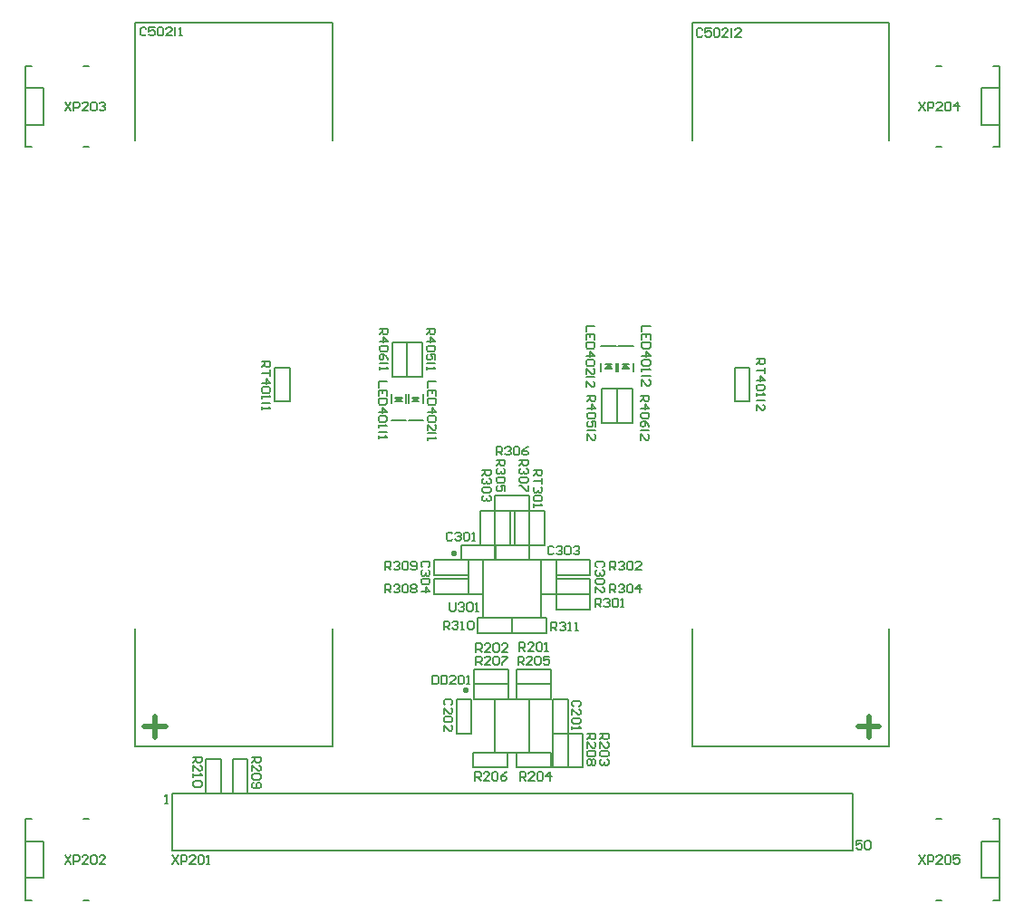
<source format=gto>
G04*
G04 #@! TF.GenerationSoftware,Altium Limited,Altium Designer,22.1.2 (22)*
G04*
G04 Layer_Color=65535*
%FSAX44Y44*%
%MOMM*%
G71*
G04*
G04 #@! TF.SameCoordinates,F43461BC-9A11-44EE-9FD3-1ED57B95CCFA*
G04*
G04*
G04 #@! TF.FilePolarity,Positive*
G04*
G01*
G75*
%ADD10C,0.1530*%
%ADD11C,0.2000*%
%ADD12C,0.5000*%
%ADD13C,0.2350*%
%ADD14C,0.2540*%
G36*
X00367000Y00489000D02*
X00361000D01*
Y00488000D01*
X00364000Y00485000D01*
X00367000Y00489000D01*
D02*
G37*
G36*
X00383000D02*
X00377000D01*
Y00488000D01*
X00380000Y00485000D01*
X00383000Y00489000D01*
D02*
G37*
G36*
X00557000Y00516000D02*
X00563000D01*
Y00517000D01*
X00560000Y00520000D01*
X00557000Y00516000D01*
D02*
G37*
G36*
X00573000D02*
X00579000D01*
Y00517000D01*
X00576000Y00520000D01*
X00573000Y00516000D01*
D02*
G37*
D10*
X00576000Y00520000D01*
X00573000Y00516000D02*
X00579000D01*
X00576000Y00520000D02*
X00579000Y00516000D01*
X00573000Y00520000D02*
X00579000D01*
X00583000Y00513000D02*
Y00521000D01*
X00569000Y00513000D02*
Y00521000D01*
X00557000Y00516000D02*
X00560000Y00520000D01*
X00557000Y00516000D02*
X00563000D01*
X00560000Y00520000D02*
X00563000Y00516000D01*
X00557000Y00520000D02*
X00563000D01*
X00567000Y00513000D02*
Y00521000D01*
X00553000Y00513000D02*
Y00521000D01*
X00380000Y00485000D02*
X00383000Y00489000D01*
X00377000D02*
X00383000D01*
X00377000D02*
X00380000Y00485000D01*
X00377000Y00485000D02*
X00383000D01*
X00373000Y00484000D02*
Y00492000D01*
X00387000Y00484000D02*
Y00492000D01*
X00364000Y00485000D02*
X00367000Y00489000D01*
X00361000D02*
X00367000D01*
X00361000D02*
X00364000Y00485000D01*
X00361000Y00485000D02*
X00367000D01*
X00357000Y00484000D02*
Y00492000D01*
X00371000Y00484000D02*
Y00492000D01*
X00184000Y00119000D02*
Y00151000D01*
X00198000D01*
Y00119000D02*
Y00151000D01*
X00184000Y00119000D02*
X00198000D01*
X00209000Y00119000D02*
Y00151000D01*
X00223000D01*
Y00119000D02*
Y00151000D01*
X00209000Y00119000D02*
X00223000D01*
X00925000Y00019000D02*
Y00095000D01*
X00919000Y00019000D02*
X00925000D01*
X00919000Y00095000D02*
X00925000D01*
X00908000Y00074000D02*
X00925000D01*
X00908000Y00040000D02*
Y00074000D01*
Y00040000D02*
X00925000D01*
X00866000Y00019000D02*
X00871000D01*
X00866000Y00095000D02*
X00871000D01*
X00925000Y00723000D02*
Y00799000D01*
X00919000Y00723000D02*
X00925000D01*
X00919000Y00799000D02*
X00925000D01*
X00908000Y00778000D02*
X00925000D01*
X00908000Y00744000D02*
Y00778000D01*
Y00744000D02*
X00925000D01*
X00866000Y00723000D02*
X00871000D01*
X00866000Y00799000D02*
X00871000D01*
X00015000Y00723000D02*
Y00799000D01*
X00021000D01*
X00015000Y00723000D02*
X00021000D01*
X00015000Y00744000D02*
X00032000D01*
Y00778000D01*
X00015000D02*
X00032000D01*
X00069000Y00799000D02*
X00074000D01*
X00069000Y00723000D02*
X00074000D01*
X00582000Y00465000D02*
X00582000Y00497000D01*
X00568000Y00465000D02*
X00582000D01*
X00568000D02*
Y00497000D01*
X00582000Y00497000D01*
X00568000Y00465000D02*
Y00497000D01*
X00554000Y00465000D02*
X00568000D01*
X00554000D02*
Y00497000D01*
X00568000Y00497000D01*
X00692000Y00485000D02*
Y00517000D01*
X00678000Y00485000D02*
X00692000D01*
X00678000D02*
Y00517000D01*
X00692000D01*
X00248000Y00485000D02*
Y00517000D01*
X00262000D01*
Y00485000D02*
Y00517000D01*
X00248000Y00485000D02*
X00262000D01*
X00372000Y00508000D02*
Y00540000D01*
X00386000Y00540000D01*
Y00508000D02*
Y00540000D01*
X00372000Y00508000D02*
X00386000D01*
X00358000Y00508000D02*
Y00540000D01*
X00372000D01*
X00372000Y00508000D02*
X00372000Y00540000D01*
X00358000Y00508000D02*
X00372000Y00508000D01*
X00015000Y00019000D02*
Y00095000D01*
X00021000D01*
X00015000Y00019000D02*
X00021000D01*
X00015000Y00040000D02*
X00032000D01*
Y00074000D01*
X00015000D02*
X00032000D01*
X00069000Y00095000D02*
X00074000D01*
X00069000Y00019000D02*
X00074000D01*
X00152000Y00065000D02*
Y00119000D01*
X00788000D01*
Y00065000D02*
Y00119000D01*
X00152000Y00065000D02*
X00788000D01*
X00474000Y00143000D02*
X00506000D01*
X00474000D02*
Y00157000D01*
X00506000D01*
Y00143000D02*
Y00157000D01*
X00434000Y00221000D02*
X00466000D01*
X00434000D02*
Y00235000D01*
X00466000D01*
Y00221000D02*
Y00235000D01*
X00474000D02*
X00506000D01*
Y00221000D02*
Y00235000D01*
X00474000Y00221000D02*
X00506000D01*
X00474000D02*
Y00235000D01*
Y00221000D02*
X00506000D01*
Y00207000D02*
Y00221000D01*
X00474000Y00207000D02*
X00506000D01*
X00474000D02*
Y00221000D01*
X00434000Y00207000D02*
X00466000D01*
X00434000D02*
Y00221000D01*
X00466000D01*
Y00207000D02*
Y00221000D01*
X00486000Y00157000D02*
Y00207000D01*
X00454000Y00157000D02*
Y00207000D01*
Y00157000D02*
X00486000D01*
X00454000Y00207000D02*
X00486000D01*
X00418000Y00175000D02*
Y00207000D01*
X00432000D01*
Y00175000D02*
Y00207000D01*
X00418000Y00175000D02*
X00432000D01*
X00433750Y00157000D02*
X00465750D01*
Y00143000D02*
Y00157000D01*
X00433750Y00143000D02*
X00465750D01*
X00433750D02*
Y00157000D01*
X00508000Y00143000D02*
Y00175000D01*
X00522000D01*
Y00143000D02*
Y00175000D01*
X00508000Y00143000D02*
X00522000D01*
X00536000Y00143000D02*
Y00175000D01*
X00522000Y00143000D02*
X00536000D01*
X00522000D02*
Y00175000D01*
X00536000D01*
X00508000Y00175000D02*
Y00207000D01*
X00522000D01*
Y00175000D02*
Y00207000D01*
X00508000Y00175000D02*
X00522000D01*
X00454000Y00383000D02*
X00486000D01*
X00454000D02*
Y00397000D01*
X00486000D01*
Y00383000D02*
Y00397000D01*
X00454000Y00351000D02*
Y00383000D01*
X00468000D01*
Y00351000D02*
Y00383000D01*
X00454000Y00351000D02*
X00468000D01*
X00454000Y00351000D02*
Y00383000D01*
X00440000Y00351000D02*
X00454000D01*
X00440000D02*
Y00383000D01*
X00454000D01*
X00472000Y00351000D02*
Y00383000D01*
X00486000D01*
Y00351000D02*
Y00383000D01*
X00472000Y00351000D02*
X00486000D01*
X00486000D02*
Y00383000D01*
X00500000D01*
Y00351000D02*
Y00383000D01*
X00486000Y00351000D02*
X00500000D01*
X00454000Y00337000D02*
X00486000D01*
X00454000D02*
Y00351000D01*
X00486000D01*
Y00337000D02*
Y00351000D01*
X00422250D02*
X00454250D01*
Y00337000D02*
Y00351000D01*
X00422250Y00337000D02*
X00454250D01*
X00422250D02*
Y00351000D01*
X00511000Y00337000D02*
X00543000D01*
Y00323000D02*
Y00337000D01*
X00511000Y00323000D02*
X00543000D01*
X00511000D02*
Y00337000D01*
Y00319000D02*
X00543000D01*
Y00305000D02*
Y00319000D01*
X00511000Y00305000D02*
X00543000D01*
X00511000D02*
Y00319000D01*
X00497000Y00305000D02*
Y00337000D01*
X00511000D01*
Y00305000D02*
Y00337000D01*
X00497000Y00305000D02*
X00511000D01*
X00511000D02*
X00543000D01*
Y00291000D02*
Y00305000D01*
X00511000Y00291000D02*
X00543000D01*
X00511000D02*
Y00305000D01*
X00443000D02*
Y00337000D01*
X00429000Y00305000D02*
X00443000D01*
X00429000D02*
Y00337000D01*
X00443000D01*
X00470000Y00283000D02*
X00502000D01*
Y00269000D02*
Y00283000D01*
X00470000Y00269000D02*
X00502000D01*
X00470000D02*
Y00283000D01*
X00438000Y00269000D02*
X00470000D01*
X00438000D02*
Y00283000D01*
X00470000D01*
Y00269000D02*
Y00283000D01*
X00497000Y00283000D02*
Y00337000D01*
X00443000D02*
X00497000D01*
X00443000Y00283000D02*
X00497000D01*
X00443000D02*
Y00337000D01*
X00397000Y00323000D02*
X00429000D01*
X00397000D02*
Y00337000D01*
X00429000D01*
Y00323000D02*
Y00337000D01*
X00397000Y00305000D02*
X00429000D01*
X00397000D02*
Y00319000D01*
X00429000D01*
Y00305000D02*
Y00319000D01*
X00598999Y00555991D02*
X00591001D01*
Y00550659D01*
X00598999Y00542662D02*
Y00547994D01*
X00591001D01*
Y00542662D01*
X00595000Y00547994D02*
Y00545328D01*
X00598999Y00539996D02*
X00591001D01*
Y00535997D01*
X00592334Y00534664D01*
X00597666D01*
X00598999Y00535997D01*
Y00539996D01*
X00591001Y00528000D02*
X00598999D01*
X00595000Y00531999D01*
Y00526667D01*
X00597666Y00524001D02*
X00598999Y00522668D01*
Y00520003D01*
X00597666Y00518670D01*
X00592334D01*
X00591001Y00520003D01*
Y00522668D01*
X00592334Y00524001D01*
X00597666D01*
X00591001Y00516004D02*
Y00513338D01*
Y00514671D01*
X00598999D01*
X00597666Y00516004D01*
X00598999Y00509339D02*
X00591001D01*
Y00500009D02*
Y00505341D01*
X00596333Y00500009D01*
X00597666D01*
X00598999Y00501342D01*
Y00504008D01*
X00597666Y00505341D01*
X00796862Y00074527D02*
X00791530D01*
Y00070529D01*
X00794196Y00071862D01*
X00795529D01*
X00796862Y00070529D01*
Y00067863D01*
X00795529Y00066530D01*
X00792863D01*
X00791530Y00067863D01*
X00799527Y00073194D02*
X00800860Y00074527D01*
X00803526D01*
X00804859Y00073194D01*
Y00067863D01*
X00803526Y00066530D01*
X00800860D01*
X00799527Y00067863D01*
Y00073194D01*
X00145530Y00109530D02*
X00148196D01*
X00146863D01*
Y00117527D01*
X00145530Y00116194D01*
X00850339Y00060999D02*
X00855671Y00053001D01*
Y00060999D02*
X00850339Y00053001D01*
X00858337D02*
Y00060999D01*
X00862336D01*
X00863668Y00059666D01*
Y00057000D01*
X00862336Y00055667D01*
X00858337D01*
X00871666Y00053001D02*
X00866334D01*
X00871666Y00058333D01*
Y00059666D01*
X00870333Y00060999D01*
X00867667D01*
X00866334Y00059666D01*
X00874332D02*
X00875665Y00060999D01*
X00878330D01*
X00879663Y00059666D01*
Y00054334D01*
X00878330Y00053001D01*
X00875665D01*
X00874332Y00054334D01*
Y00059666D01*
X00887661Y00060999D02*
X00882329D01*
Y00057000D01*
X00884995Y00058333D01*
X00886328D01*
X00887661Y00057000D01*
Y00054334D01*
X00886328Y00053001D01*
X00883662D01*
X00882329Y00054334D01*
X00850339Y00764999D02*
X00855671Y00757001D01*
Y00764999D02*
X00850339Y00757001D01*
X00858337D02*
Y00764999D01*
X00862336D01*
X00863668Y00763666D01*
Y00761000D01*
X00862336Y00759667D01*
X00858337D01*
X00871666Y00757001D02*
X00866334D01*
X00871666Y00762333D01*
Y00763666D01*
X00870333Y00764999D01*
X00867667D01*
X00866334Y00763666D01*
X00874332D02*
X00875665Y00764999D01*
X00878330D01*
X00879663Y00763666D01*
Y00758334D01*
X00878330Y00757001D01*
X00875665D01*
X00874332Y00758334D01*
Y00763666D01*
X00886328Y00757001D02*
Y00764999D01*
X00882329Y00761000D01*
X00887661D01*
X00052339Y00764999D02*
X00057671Y00757001D01*
Y00764999D02*
X00052339Y00757001D01*
X00060337D02*
Y00764999D01*
X00064335D01*
X00065668Y00763666D01*
Y00761000D01*
X00064335Y00759667D01*
X00060337D01*
X00073666Y00757001D02*
X00068334D01*
X00073666Y00762333D01*
Y00763666D01*
X00072333Y00764999D01*
X00069667D01*
X00068334Y00763666D01*
X00076332D02*
X00077664Y00764999D01*
X00080330D01*
X00081663Y00763666D01*
Y00758334D01*
X00080330Y00757001D01*
X00077664D01*
X00076332Y00758334D01*
Y00763666D01*
X00084329D02*
X00085662Y00764999D01*
X00088328D01*
X00089661Y00763666D01*
Y00762333D01*
X00088328Y00761000D01*
X00086995D01*
X00088328D01*
X00089661Y00759667D01*
Y00758334D01*
X00088328Y00757001D01*
X00085662D01*
X00084329Y00758334D01*
X00052339Y00060999D02*
X00057671Y00053001D01*
Y00060999D02*
X00052339Y00053001D01*
X00060337D02*
Y00060999D01*
X00064335D01*
X00065668Y00059666D01*
Y00057000D01*
X00064335Y00055667D01*
X00060337D01*
X00073666Y00053001D02*
X00068334D01*
X00073666Y00058333D01*
Y00059666D01*
X00072333Y00060999D01*
X00069667D01*
X00068334Y00059666D01*
X00076332D02*
X00077664Y00060999D01*
X00080330D01*
X00081663Y00059666D01*
Y00054334D01*
X00080330Y00053001D01*
X00077664D01*
X00076332Y00054334D01*
Y00059666D01*
X00089661Y00053001D02*
X00084329D01*
X00089661Y00058333D01*
Y00059666D01*
X00088328Y00060999D01*
X00085662D01*
X00084329Y00059666D01*
X00152672Y00060999D02*
X00158004Y00053001D01*
Y00060999D02*
X00152672Y00053001D01*
X00160670D02*
Y00060999D01*
X00164668D01*
X00166001Y00059666D01*
Y00057000D01*
X00164668Y00055667D01*
X00160670D01*
X00173999Y00053001D02*
X00168667D01*
X00173999Y00058333D01*
Y00059666D01*
X00172666Y00060999D01*
X00170000D01*
X00168667Y00059666D01*
X00176665D02*
X00177997Y00060999D01*
X00180663D01*
X00181996Y00059666D01*
Y00054334D01*
X00180663Y00053001D01*
X00177997D01*
X00176665Y00054334D01*
Y00059666D01*
X00184662Y00053001D02*
X00187328D01*
X00185995D01*
Y00060999D01*
X00184662Y00059666D01*
X00411671Y00296999D02*
Y00290334D01*
X00413004Y00289001D01*
X00415670D01*
X00417003Y00290334D01*
Y00296999D01*
X00419668Y00295666D02*
X00421001Y00296999D01*
X00423667D01*
X00425000Y00295666D01*
Y00294333D01*
X00423667Y00293000D01*
X00422334D01*
X00423667D01*
X00425000Y00291667D01*
Y00290334D01*
X00423667Y00289001D01*
X00421001D01*
X00419668Y00290334D01*
X00427666Y00295666D02*
X00428999Y00296999D01*
X00431665D01*
X00432997Y00295666D01*
Y00290334D01*
X00431665Y00289001D01*
X00428999D01*
X00427666Y00290334D01*
Y00295666D01*
X00435663Y00289001D02*
X00438329D01*
X00436996D01*
Y00296999D01*
X00435663Y00295666D01*
X00698001Y00524992D02*
X00705999D01*
Y00520993D01*
X00704666Y00519661D01*
X00702000D01*
X00700667Y00520993D01*
Y00524992D01*
Y00522326D02*
X00698001Y00519661D01*
X00705999Y00516995D02*
Y00511663D01*
Y00514329D01*
X00698001D01*
Y00504999D02*
X00705999D01*
X00702000Y00508997D01*
Y00503666D01*
X00704666Y00501000D02*
X00705999Y00499667D01*
Y00497001D01*
X00704666Y00495668D01*
X00699334D01*
X00698001Y00497001D01*
Y00499667D01*
X00699334Y00501000D01*
X00704666D01*
X00698001Y00493003D02*
Y00490337D01*
Y00491670D01*
X00705999D01*
X00704666Y00493003D01*
X00705999Y00486338D02*
X00698001D01*
Y00477008D02*
Y00482339D01*
X00703333Y00477008D01*
X00704666D01*
X00705999Y00478341D01*
Y00481006D01*
X00704666Y00482339D01*
X00236001Y00522659D02*
X00243999D01*
Y00518661D01*
X00242666Y00517328D01*
X00240000D01*
X00238667Y00518661D01*
Y00522659D01*
Y00519994D02*
X00236001Y00517328D01*
X00243999Y00514662D02*
Y00509330D01*
Y00511996D01*
X00236001D01*
Y00502666D02*
X00243999D01*
X00240000Y00506665D01*
Y00501333D01*
X00242666Y00498667D02*
X00243999Y00497334D01*
Y00494668D01*
X00242666Y00493335D01*
X00237334D01*
X00236001Y00494668D01*
Y00497334D01*
X00237334Y00498667D01*
X00242666D01*
X00236001Y00490670D02*
Y00488004D01*
Y00489337D01*
X00243999D01*
X00242666Y00490670D01*
X00243999Y00484005D02*
X00236001D01*
Y00480006D02*
Y00477341D01*
Y00478674D01*
X00243999D01*
X00242666Y00480006D01*
X00490001Y00421328D02*
X00497999D01*
Y00417329D01*
X00496666Y00415996D01*
X00494000D01*
X00492667Y00417329D01*
Y00421328D01*
Y00418662D02*
X00490001Y00415996D01*
X00497999Y00413330D02*
Y00407999D01*
Y00410664D01*
X00490001D01*
X00496666Y00405333D02*
X00497999Y00404000D01*
Y00401334D01*
X00496666Y00400001D01*
X00495333D01*
X00494000Y00401334D01*
Y00402667D01*
Y00401334D01*
X00492667Y00400001D01*
X00491334D01*
X00490001Y00401334D01*
Y00404000D01*
X00491334Y00405333D01*
X00496666Y00397336D02*
X00497999Y00396003D01*
Y00393337D01*
X00496666Y00392004D01*
X00491334D01*
X00490001Y00393337D01*
Y00396003D01*
X00491334Y00397336D01*
X00496666D01*
X00490001Y00389338D02*
Y00386672D01*
Y00388005D01*
X00497999D01*
X00496666Y00389338D01*
X00436338Y00239001D02*
Y00246999D01*
X00440337D01*
X00441670Y00245666D01*
Y00243000D01*
X00440337Y00241667D01*
X00436338D01*
X00439004D02*
X00441670Y00239001D01*
X00449667D02*
X00444336D01*
X00449667Y00244333D01*
Y00245666D01*
X00448334Y00246999D01*
X00445668D01*
X00444336Y00245666D01*
X00452333D02*
X00453666Y00246999D01*
X00456332D01*
X00457664Y00245666D01*
Y00240334D01*
X00456332Y00239001D01*
X00453666D01*
X00452333Y00240334D01*
Y00245666D01*
X00460330Y00246999D02*
X00465662D01*
Y00245666D01*
X00460330Y00240334D01*
Y00239001D01*
X00435338Y00131001D02*
Y00138999D01*
X00439337D01*
X00440670Y00137666D01*
Y00135000D01*
X00439337Y00133667D01*
X00435338D01*
X00438004D02*
X00440670Y00131001D01*
X00448667D02*
X00443335D01*
X00448667Y00136333D01*
Y00137666D01*
X00447334Y00138999D01*
X00444668D01*
X00443335Y00137666D01*
X00451333D02*
X00452666Y00138999D01*
X00455332D01*
X00456665Y00137666D01*
Y00132334D01*
X00455332Y00131001D01*
X00452666D01*
X00451333Y00132334D01*
Y00137666D01*
X00464662Y00138999D02*
X00461996Y00137666D01*
X00459330Y00135000D01*
Y00132334D01*
X00460663Y00131001D01*
X00463329D01*
X00464662Y00132334D01*
Y00133667D01*
X00463329Y00135000D01*
X00459330D01*
X00475338Y00239001D02*
Y00246999D01*
X00479337D01*
X00480670Y00245666D01*
Y00243000D01*
X00479337Y00241667D01*
X00475338D01*
X00478004D02*
X00480670Y00239001D01*
X00488667D02*
X00483335D01*
X00488667Y00244333D01*
Y00245666D01*
X00487334Y00246999D01*
X00484668D01*
X00483335Y00245666D01*
X00491333D02*
X00492666Y00246999D01*
X00495332D01*
X00496665Y00245666D01*
Y00240334D01*
X00495332Y00239001D01*
X00492666D01*
X00491333Y00240334D01*
Y00245666D01*
X00504662Y00246999D02*
X00499330D01*
Y00243000D01*
X00501996Y00244333D01*
X00503329D01*
X00504662Y00243000D01*
Y00240334D01*
X00503329Y00239001D01*
X00500663D01*
X00499330Y00240334D01*
X00477338Y00131001D02*
Y00138999D01*
X00481337D01*
X00482670Y00137666D01*
Y00135000D01*
X00481337Y00133667D01*
X00477338D01*
X00480004D02*
X00482670Y00131001D01*
X00490667D02*
X00485336D01*
X00490667Y00136333D01*
Y00137666D01*
X00489334Y00138999D01*
X00486668D01*
X00485336Y00137666D01*
X00493333D02*
X00494666Y00138999D01*
X00497332D01*
X00498665Y00137666D01*
Y00132334D01*
X00497332Y00131001D01*
X00494666D01*
X00493333Y00132334D01*
Y00137666D01*
X00505329Y00131001D02*
Y00138999D01*
X00501330Y00135000D01*
X00506662D01*
X00436338Y00251001D02*
Y00258999D01*
X00440337D01*
X00441670Y00257666D01*
Y00255000D01*
X00440337Y00253667D01*
X00436338D01*
X00439004D02*
X00441670Y00251001D01*
X00449667D02*
X00444336D01*
X00449667Y00256333D01*
Y00257666D01*
X00448334Y00258999D01*
X00445668D01*
X00444336Y00257666D01*
X00452333D02*
X00453666Y00258999D01*
X00456332D01*
X00457664Y00257666D01*
Y00252334D01*
X00456332Y00251001D01*
X00453666D01*
X00452333Y00252334D01*
Y00257666D01*
X00465662Y00251001D02*
X00460330D01*
X00465662Y00256333D01*
Y00257666D01*
X00464329Y00258999D01*
X00461663D01*
X00460330Y00257666D01*
X00476671Y00252001D02*
Y00259999D01*
X00480670D01*
X00482003Y00258666D01*
Y00256000D01*
X00480670Y00254667D01*
X00476671D01*
X00479337D02*
X00482003Y00252001D01*
X00490000D02*
X00484668D01*
X00490000Y00257333D01*
Y00258666D01*
X00488667Y00259999D01*
X00486001D01*
X00484668Y00258666D01*
X00492666D02*
X00493999Y00259999D01*
X00496665D01*
X00497997Y00258666D01*
Y00253334D01*
X00496665Y00252001D01*
X00493999D01*
X00492666Y00253334D01*
Y00258666D01*
X00500663Y00252001D02*
X00503329D01*
X00501996D01*
Y00259999D01*
X00500663Y00258666D01*
X00540001Y00174662D02*
X00547999D01*
Y00170663D01*
X00546666Y00169330D01*
X00544000D01*
X00542667Y00170663D01*
Y00174662D01*
Y00171996D02*
X00540001Y00169330D01*
Y00161333D02*
Y00166665D01*
X00545333Y00161333D01*
X00546666D01*
X00547999Y00162666D01*
Y00165332D01*
X00546666Y00166665D01*
Y00158667D02*
X00547999Y00157334D01*
Y00154668D01*
X00546666Y00153336D01*
X00541334D01*
X00540001Y00154668D01*
Y00157334D01*
X00541334Y00158667D01*
X00546666D01*
Y00150670D02*
X00547999Y00149337D01*
Y00146671D01*
X00546666Y00145338D01*
X00545333D01*
X00544000Y00146671D01*
X00542667Y00145338D01*
X00541334D01*
X00540001Y00146671D01*
Y00149337D01*
X00541334Y00150670D01*
X00542667D01*
X00544000Y00149337D01*
X00545333Y00150670D01*
X00546666D01*
X00544000Y00149337D02*
Y00146671D01*
X00552001Y00174662D02*
X00559999D01*
Y00170663D01*
X00558666Y00169330D01*
X00556000D01*
X00554667Y00170663D01*
Y00174662D01*
Y00171996D02*
X00552001Y00169330D01*
Y00161333D02*
Y00166665D01*
X00557333Y00161333D01*
X00558666D01*
X00559999Y00162666D01*
Y00165332D01*
X00558666Y00166665D01*
Y00158667D02*
X00559999Y00157334D01*
Y00154668D01*
X00558666Y00153336D01*
X00553334D01*
X00552001Y00154668D01*
Y00157334D01*
X00553334Y00158667D01*
X00558666D01*
Y00150670D02*
X00559999Y00149337D01*
Y00146671D01*
X00558666Y00145338D01*
X00557333D01*
X00556000Y00146671D01*
Y00148004D01*
Y00146671D01*
X00554667Y00145338D01*
X00553334D01*
X00552001Y00146671D01*
Y00149337D01*
X00553334Y00150670D01*
X00590001Y00490660D02*
X00597999D01*
Y00486661D01*
X00596666Y00485328D01*
X00594000D01*
X00592667Y00486661D01*
Y00490660D01*
Y00487994D02*
X00590001Y00485328D01*
Y00478664D02*
X00597999D01*
X00594000Y00482663D01*
Y00477331D01*
X00596666Y00474665D02*
X00597999Y00473332D01*
Y00470666D01*
X00596666Y00469333D01*
X00591334D01*
X00590001Y00470666D01*
Y00473332D01*
X00591334Y00474665D01*
X00596666D01*
X00597999Y00461336D02*
X00596666Y00464002D01*
X00594000Y00466668D01*
X00591334D01*
X00590001Y00465335D01*
Y00462669D01*
X00591334Y00461336D01*
X00592667D01*
X00594000Y00462669D01*
Y00466668D01*
X00597999Y00458670D02*
X00590001D01*
Y00449340D02*
Y00454672D01*
X00595333Y00449340D01*
X00596666D01*
X00597999Y00450673D01*
Y00453339D01*
X00596666Y00454672D01*
X00346001Y00553327D02*
X00353999D01*
Y00549328D01*
X00352666Y00547995D01*
X00350000D01*
X00348667Y00549328D01*
Y00553327D01*
Y00550661D02*
X00346001Y00547995D01*
Y00541331D02*
X00353999D01*
X00350000Y00545330D01*
Y00539998D01*
X00352666Y00537332D02*
X00353999Y00535999D01*
Y00533334D01*
X00352666Y00532001D01*
X00347334D01*
X00346001Y00533334D01*
Y00535999D01*
X00347334Y00537332D01*
X00352666D01*
X00353999Y00524003D02*
X00352666Y00526669D01*
X00350000Y00529335D01*
X00347334D01*
X00346001Y00528002D01*
Y00525336D01*
X00347334Y00524003D01*
X00348667D01*
X00350000Y00525336D01*
Y00529335D01*
X00353999Y00521337D02*
X00346001D01*
Y00517339D02*
Y00514673D01*
Y00516006D01*
X00353999D01*
X00352666Y00517339D01*
X00540001Y00490660D02*
X00547999D01*
Y00486661D01*
X00546666Y00485328D01*
X00544000D01*
X00542667Y00486661D01*
Y00490660D01*
Y00487994D02*
X00540001Y00485328D01*
Y00478664D02*
X00547999D01*
X00544000Y00482663D01*
Y00477331D01*
X00546666Y00474665D02*
X00547999Y00473332D01*
Y00470666D01*
X00546666Y00469333D01*
X00541334D01*
X00540001Y00470666D01*
Y00473332D01*
X00541334Y00474665D01*
X00546666D01*
X00547999Y00461336D02*
Y00466668D01*
X00544000D01*
X00545333Y00464002D01*
Y00462669D01*
X00544000Y00461336D01*
X00541334D01*
X00540001Y00462669D01*
Y00465335D01*
X00541334Y00466668D01*
X00547999Y00458670D02*
X00540001D01*
Y00449340D02*
Y00454672D01*
X00545333Y00449340D01*
X00546666D01*
X00547999Y00450673D01*
Y00453339D01*
X00546666Y00454672D01*
X00390001Y00553327D02*
X00397999D01*
Y00549328D01*
X00396666Y00547995D01*
X00394000D01*
X00392667Y00549328D01*
Y00553327D01*
Y00550661D02*
X00390001Y00547995D01*
Y00541331D02*
X00397999D01*
X00394000Y00545330D01*
Y00539998D01*
X00396666Y00537332D02*
X00397999Y00535999D01*
Y00533334D01*
X00396666Y00532001D01*
X00391334D01*
X00390001Y00533334D01*
Y00535999D01*
X00391334Y00537332D01*
X00396666D01*
X00397999Y00524003D02*
Y00529335D01*
X00394000D01*
X00395333Y00526669D01*
Y00525336D01*
X00394000Y00524003D01*
X00391334D01*
X00390001Y00525336D01*
Y00528002D01*
X00391334Y00529335D01*
X00397999Y00521337D02*
X00390001D01*
Y00517339D02*
Y00514673D01*
Y00516006D01*
X00397999D01*
X00396666Y00517339D01*
X00172001Y00152996D02*
X00179999D01*
Y00148997D01*
X00178666Y00147664D01*
X00176000D01*
X00174667Y00148997D01*
Y00152996D01*
Y00150330D02*
X00172001Y00147664D01*
Y00139666D02*
Y00144998D01*
X00177333Y00139666D01*
X00178666D01*
X00179999Y00140999D01*
Y00143665D01*
X00178666Y00144998D01*
X00172001Y00137001D02*
Y00134335D01*
Y00135668D01*
X00179999D01*
X00178666Y00137001D01*
Y00130336D02*
X00179999Y00129003D01*
Y00126337D01*
X00178666Y00125005D01*
X00173334D01*
X00172001Y00126337D01*
Y00129003D01*
X00173334Y00130336D01*
X00178666D01*
X00227001Y00152996D02*
X00234999D01*
Y00148997D01*
X00233666Y00147664D01*
X00231000D01*
X00229667Y00148997D01*
Y00152996D01*
Y00150330D02*
X00227001Y00147664D01*
Y00139666D02*
Y00144998D01*
X00232333Y00139666D01*
X00233666D01*
X00234999Y00140999D01*
Y00143665D01*
X00233666Y00144998D01*
Y00137001D02*
X00234999Y00135668D01*
Y00133002D01*
X00233666Y00131669D01*
X00228334D01*
X00227001Y00133002D01*
Y00135668D01*
X00228334Y00137001D01*
X00233666D01*
X00228334Y00129003D02*
X00227001Y00127670D01*
Y00125005D01*
X00228334Y00123672D01*
X00233666D01*
X00234999Y00125005D01*
Y00127670D01*
X00233666Y00129003D01*
X00232333D01*
X00231000Y00127670D01*
Y00123672D01*
X00455338Y00435001D02*
Y00442999D01*
X00459337D01*
X00460670Y00441666D01*
Y00439000D01*
X00459337Y00437667D01*
X00455338D01*
X00458004D02*
X00460670Y00435001D01*
X00463335Y00441666D02*
X00464668Y00442999D01*
X00467334D01*
X00468667Y00441666D01*
Y00440333D01*
X00467334Y00439000D01*
X00466001D01*
X00467334D01*
X00468667Y00437667D01*
Y00436334D01*
X00467334Y00435001D01*
X00464668D01*
X00463335Y00436334D01*
X00471333Y00441666D02*
X00472666Y00442999D01*
X00475332D01*
X00476665Y00441666D01*
Y00436334D01*
X00475332Y00435001D01*
X00472666D01*
X00471333Y00436334D01*
Y00441666D01*
X00484662Y00442999D02*
X00481996Y00441666D01*
X00479330Y00439000D01*
Y00436334D01*
X00480663Y00435001D01*
X00483329D01*
X00484662Y00436334D01*
Y00437667D01*
X00483329Y00439000D01*
X00479330D01*
X00442001Y00421328D02*
X00449999D01*
Y00417329D01*
X00448666Y00415996D01*
X00446000D01*
X00444667Y00417329D01*
Y00421328D01*
Y00418662D02*
X00442001Y00415996D01*
X00448666Y00413330D02*
X00449999Y00411997D01*
Y00409332D01*
X00448666Y00407999D01*
X00447333D01*
X00446000Y00409332D01*
Y00410664D01*
Y00409332D01*
X00444667Y00407999D01*
X00443334D01*
X00442001Y00409332D01*
Y00411997D01*
X00443334Y00413330D01*
X00448666Y00405333D02*
X00449999Y00404000D01*
Y00401334D01*
X00448666Y00400001D01*
X00443334D01*
X00442001Y00401334D01*
Y00404000D01*
X00443334Y00405333D01*
X00448666D01*
Y00397336D02*
X00449999Y00396003D01*
Y00393337D01*
X00448666Y00392004D01*
X00447333D01*
X00446000Y00393337D01*
Y00394670D01*
Y00393337D01*
X00444667Y00392004D01*
X00443334D01*
X00442001Y00393337D01*
Y00396003D01*
X00443334Y00397336D01*
X00506337Y00271001D02*
Y00278999D01*
X00510336D01*
X00511669Y00277666D01*
Y00275000D01*
X00510336Y00273667D01*
X00506337D01*
X00509003D02*
X00511669Y00271001D01*
X00514335Y00277666D02*
X00515668Y00278999D01*
X00518334D01*
X00519666Y00277666D01*
Y00276333D01*
X00518334Y00275000D01*
X00517001D01*
X00518334D01*
X00519666Y00273667D01*
Y00272334D01*
X00518334Y00271001D01*
X00515668D01*
X00514335Y00272334D01*
X00522332Y00271001D02*
X00524998D01*
X00523665D01*
Y00278999D01*
X00522332Y00277666D01*
X00528997Y00271001D02*
X00531663D01*
X00530330D01*
Y00278999D01*
X00528997Y00277666D01*
X00406004Y00272001D02*
Y00279999D01*
X00410003D01*
X00411336Y00278666D01*
Y00276000D01*
X00410003Y00274667D01*
X00406004D01*
X00408670D02*
X00411336Y00272001D01*
X00414002Y00278666D02*
X00415335Y00279999D01*
X00418001D01*
X00419334Y00278666D01*
Y00277333D01*
X00418001Y00276000D01*
X00416668D01*
X00418001D01*
X00419334Y00274667D01*
Y00273334D01*
X00418001Y00272001D01*
X00415335D01*
X00414002Y00273334D01*
X00421999Y00272001D02*
X00424665D01*
X00423332D01*
Y00279999D01*
X00421999Y00278666D01*
X00428664D02*
X00429997Y00279999D01*
X00432663D01*
X00433996Y00278666D01*
Y00273334D01*
X00432663Y00272001D01*
X00429997D01*
X00428664Y00273334D01*
Y00278666D01*
X00351338Y00327664D02*
Y00335662D01*
X00355337D01*
X00356670Y00334329D01*
Y00331663D01*
X00355337Y00330330D01*
X00351338D01*
X00354004D02*
X00356670Y00327664D01*
X00359336Y00334329D02*
X00360668Y00335662D01*
X00363334D01*
X00364667Y00334329D01*
Y00332996D01*
X00363334Y00331663D01*
X00362001D01*
X00363334D01*
X00364667Y00330330D01*
Y00328997D01*
X00363334Y00327664D01*
X00360668D01*
X00359336Y00328997D01*
X00367333Y00334329D02*
X00368666Y00335662D01*
X00371332D01*
X00372664Y00334329D01*
Y00328997D01*
X00371332Y00327664D01*
X00368666D01*
X00367333Y00328997D01*
Y00334329D01*
X00375330Y00328997D02*
X00376663Y00327664D01*
X00379329D01*
X00380662Y00328997D01*
Y00334329D01*
X00379329Y00335662D01*
X00376663D01*
X00375330Y00334329D01*
Y00332996D01*
X00376663Y00331663D01*
X00380662D01*
X00351338Y00306338D02*
Y00314335D01*
X00355337D01*
X00356670Y00313003D01*
Y00310337D01*
X00355337Y00309004D01*
X00351338D01*
X00354004D02*
X00356670Y00306338D01*
X00359336Y00313003D02*
X00360668Y00314335D01*
X00363334D01*
X00364667Y00313003D01*
Y00311670D01*
X00363334Y00310337D01*
X00362001D01*
X00363334D01*
X00364667Y00309004D01*
Y00307671D01*
X00363334Y00306338D01*
X00360668D01*
X00359336Y00307671D01*
X00367333Y00313003D02*
X00368666Y00314335D01*
X00371332D01*
X00372664Y00313003D01*
Y00307671D01*
X00371332Y00306338D01*
X00368666D01*
X00367333Y00307671D01*
Y00313003D01*
X00375330D02*
X00376663Y00314335D01*
X00379329D01*
X00380662Y00313003D01*
Y00311670D01*
X00379329Y00310337D01*
X00380662Y00309004D01*
Y00307671D01*
X00379329Y00306338D01*
X00376663D01*
X00375330Y00307671D01*
Y00309004D01*
X00376663Y00310337D01*
X00375330Y00311670D01*
Y00313003D01*
X00376663Y00310337D02*
X00379329D01*
X00476665Y00430662D02*
X00484662D01*
Y00426663D01*
X00483329Y00425330D01*
X00480663D01*
X00479330Y00426663D01*
Y00430662D01*
Y00427996D02*
X00476665Y00425330D01*
X00483329Y00422664D02*
X00484662Y00421332D01*
Y00418666D01*
X00483329Y00417333D01*
X00481996D01*
X00480663Y00418666D01*
Y00419999D01*
Y00418666D01*
X00479330Y00417333D01*
X00477997D01*
X00476665Y00418666D01*
Y00421332D01*
X00477997Y00422664D01*
X00483329Y00414667D02*
X00484662Y00413334D01*
Y00410668D01*
X00483329Y00409336D01*
X00477997D01*
X00476665Y00410668D01*
Y00413334D01*
X00477997Y00414667D01*
X00483329D01*
X00484662Y00406670D02*
Y00401338D01*
X00483329D01*
X00477997Y00406670D01*
X00476665D01*
X00455338Y00430662D02*
X00463335D01*
Y00426663D01*
X00462003Y00425330D01*
X00459337D01*
X00458004Y00426663D01*
Y00430662D01*
Y00427996D02*
X00455338Y00425330D01*
X00462003Y00422664D02*
X00463335Y00421332D01*
Y00418666D01*
X00462003Y00417333D01*
X00460670D01*
X00459337Y00418666D01*
Y00419999D01*
Y00418666D01*
X00458004Y00417333D01*
X00456671D01*
X00455338Y00418666D01*
Y00421332D01*
X00456671Y00422664D01*
X00462003Y00414667D02*
X00463335Y00413334D01*
Y00410668D01*
X00462003Y00409336D01*
X00456671D01*
X00455338Y00410668D01*
Y00413334D01*
X00456671Y00414667D01*
X00462003D01*
X00463335Y00401338D02*
Y00406670D01*
X00459337D01*
X00460670Y00404004D01*
Y00402671D01*
X00459337Y00401338D01*
X00456671D01*
X00455338Y00402671D01*
Y00405337D01*
X00456671Y00406670D01*
X00561338Y00306338D02*
Y00314335D01*
X00565337D01*
X00566670Y00313003D01*
Y00310337D01*
X00565337Y00309004D01*
X00561338D01*
X00564004D02*
X00566670Y00306338D01*
X00569336Y00313003D02*
X00570668Y00314335D01*
X00573334D01*
X00574667Y00313003D01*
Y00311670D01*
X00573334Y00310337D01*
X00572001D01*
X00573334D01*
X00574667Y00309004D01*
Y00307671D01*
X00573334Y00306338D01*
X00570668D01*
X00569336Y00307671D01*
X00577333Y00313003D02*
X00578666Y00314335D01*
X00581332D01*
X00582664Y00313003D01*
Y00307671D01*
X00581332Y00306338D01*
X00578666D01*
X00577333Y00307671D01*
Y00313003D01*
X00589329Y00306338D02*
Y00314335D01*
X00585330Y00310337D01*
X00590662D01*
X00561338Y00327664D02*
Y00335662D01*
X00565337D01*
X00566670Y00334329D01*
Y00331663D01*
X00565337Y00330330D01*
X00561338D01*
X00564004D02*
X00566670Y00327664D01*
X00569336Y00334329D02*
X00570668Y00335662D01*
X00573334D01*
X00574667Y00334329D01*
Y00332996D01*
X00573334Y00331663D01*
X00572001D01*
X00573334D01*
X00574667Y00330330D01*
Y00328997D01*
X00573334Y00327664D01*
X00570668D01*
X00569336Y00328997D01*
X00577333Y00334329D02*
X00578666Y00335662D01*
X00581332D01*
X00582664Y00334329D01*
Y00328997D01*
X00581332Y00327664D01*
X00578666D01*
X00577333Y00328997D01*
Y00334329D01*
X00590662Y00327664D02*
X00585330D01*
X00590662Y00332996D01*
Y00334329D01*
X00589329Y00335662D01*
X00586663D01*
X00585330Y00334329D01*
X00547671Y00293001D02*
Y00300999D01*
X00551670D01*
X00553003Y00299666D01*
Y00297000D01*
X00551670Y00295667D01*
X00547671D01*
X00550337D02*
X00553003Y00293001D01*
X00555668Y00299666D02*
X00557001Y00300999D01*
X00559667D01*
X00561000Y00299666D01*
Y00298333D01*
X00559667Y00297000D01*
X00558334D01*
X00559667D01*
X00561000Y00295667D01*
Y00294334D01*
X00559667Y00293001D01*
X00557001D01*
X00555668Y00294334D01*
X00563666Y00299666D02*
X00564999Y00300999D01*
X00567664D01*
X00568997Y00299666D01*
Y00294334D01*
X00567664Y00293001D01*
X00564999D01*
X00563666Y00294334D01*
Y00299666D01*
X00571663Y00293001D02*
X00574329D01*
X00572996D01*
Y00300999D01*
X00571663Y00299666D01*
X00546999Y00555991D02*
X00539001D01*
Y00550659D01*
X00546999Y00542662D02*
Y00547994D01*
X00539001D01*
Y00542662D01*
X00543000Y00547994D02*
Y00545328D01*
X00546999Y00539996D02*
X00539001D01*
Y00535997D01*
X00540334Y00534664D01*
X00545666D01*
X00546999Y00535997D01*
Y00539996D01*
X00539001Y00528000D02*
X00546999D01*
X00543000Y00531999D01*
Y00526667D01*
X00545666Y00524001D02*
X00546999Y00522668D01*
Y00520003D01*
X00545666Y00518670D01*
X00540334D01*
X00539001Y00520003D01*
Y00522668D01*
X00540334Y00524001D01*
X00545666D01*
X00539001Y00510672D02*
Y00516004D01*
X00544333Y00510672D01*
X00545666D01*
X00546999Y00512005D01*
Y00514671D01*
X00545666Y00516004D01*
X00546999Y00508007D02*
X00539001D01*
Y00498676D02*
Y00504008D01*
X00544333Y00498676D01*
X00545666D01*
X00546999Y00500009D01*
Y00502675D01*
X00545666Y00504008D01*
X00398999Y00503574D02*
X00391001D01*
Y00498243D01*
X00398999Y00490246D02*
Y00495577D01*
X00391001D01*
Y00490246D01*
X00395000Y00495577D02*
Y00492911D01*
X00398999Y00487580D02*
X00391001D01*
Y00483581D01*
X00392334Y00482248D01*
X00397666D01*
X00398999Y00483581D01*
Y00487580D01*
X00391001Y00475583D02*
X00398999D01*
X00395000Y00479582D01*
Y00474251D01*
X00397666Y00471585D02*
X00398999Y00470252D01*
Y00467586D01*
X00397666Y00466253D01*
X00392334D01*
X00391001Y00467586D01*
Y00470252D01*
X00392334Y00471585D01*
X00397666D01*
X00391001Y00458256D02*
Y00463587D01*
X00396333Y00458256D01*
X00397666D01*
X00398999Y00459589D01*
Y00462254D01*
X00397666Y00463587D01*
X00398999Y00455590D02*
X00391001D01*
Y00451591D02*
Y00448926D01*
Y00450258D01*
X00398999D01*
X00397666Y00451591D01*
X00352999Y00503574D02*
X00345001D01*
Y00498243D01*
X00352999Y00490246D02*
Y00495577D01*
X00345001D01*
Y00490246D01*
X00349000Y00495577D02*
Y00492911D01*
X00352999Y00487580D02*
X00345001D01*
Y00483581D01*
X00346334Y00482248D01*
X00351666D01*
X00352999Y00483581D01*
Y00487580D01*
X00345001Y00475583D02*
X00352999D01*
X00349000Y00479582D01*
Y00474251D01*
X00351666Y00471585D02*
X00352999Y00470252D01*
Y00467586D01*
X00351666Y00466253D01*
X00346334D01*
X00345001Y00467586D01*
Y00470252D01*
X00346334Y00471585D01*
X00351666D01*
X00345001Y00463587D02*
Y00460922D01*
Y00462254D01*
X00352999D01*
X00351666Y00463587D01*
X00352999Y00456923D02*
X00345001D01*
Y00452924D02*
Y00450258D01*
Y00451591D01*
X00352999D01*
X00351666Y00452924D01*
X00395672Y00228999D02*
Y00221001D01*
X00399671D01*
X00401004Y00222334D01*
Y00227666D01*
X00399671Y00228999D01*
X00395672D01*
X00403670D02*
Y00221001D01*
X00407668D01*
X00409001Y00222334D01*
Y00227666D01*
X00407668Y00228999D01*
X00403670D01*
X00416999Y00221001D02*
X00411667D01*
X00416999Y00226333D01*
Y00227666D01*
X00415666Y00228999D01*
X00413000D01*
X00411667Y00227666D01*
X00419664D02*
X00420998Y00228999D01*
X00423663D01*
X00424996Y00227666D01*
Y00222334D01*
X00423663Y00221001D01*
X00420998D01*
X00419664Y00222334D01*
Y00227666D01*
X00427662Y00221001D02*
X00430328D01*
X00428995D01*
Y00228999D01*
X00427662Y00227666D01*
X00412666Y00201330D02*
X00413999Y00202663D01*
Y00205329D01*
X00412666Y00206662D01*
X00407334D01*
X00406001Y00205329D01*
Y00202663D01*
X00407334Y00201330D01*
X00406001Y00193333D02*
Y00198664D01*
X00411333Y00193333D01*
X00412666D01*
X00413999Y00194666D01*
Y00197332D01*
X00412666Y00198664D01*
Y00190667D02*
X00413999Y00189334D01*
Y00186668D01*
X00412666Y00185336D01*
X00407334D01*
X00406001Y00186668D01*
Y00189334D01*
X00407334Y00190667D01*
X00412666D01*
X00406001Y00177338D02*
Y00182670D01*
X00411333Y00177338D01*
X00412666D01*
X00413999Y00178671D01*
Y00181337D01*
X00412666Y00182670D01*
X00532666Y00199997D02*
X00533999Y00201330D01*
Y00203996D01*
X00532666Y00205329D01*
X00527334D01*
X00526001Y00203996D01*
Y00201330D01*
X00527334Y00199997D01*
X00526001Y00192000D02*
Y00197332D01*
X00531333Y00192000D01*
X00532666D01*
X00533999Y00193333D01*
Y00195999D01*
X00532666Y00197332D01*
Y00189334D02*
X00533999Y00188001D01*
Y00185335D01*
X00532666Y00184003D01*
X00527334D01*
X00526001Y00185335D01*
Y00188001D01*
X00527334Y00189334D01*
X00532666D01*
X00526001Y00181337D02*
Y00178671D01*
Y00180004D01*
X00533999D01*
X00532666Y00181337D01*
X00647672Y00832666D02*
X00646339Y00833999D01*
X00643673D01*
X00642340Y00832666D01*
Y00827334D01*
X00643673Y00826001D01*
X00646339D01*
X00647672Y00827334D01*
X00655669Y00833999D02*
X00650337D01*
Y00830000D01*
X00653003Y00831333D01*
X00654336D01*
X00655669Y00830000D01*
Y00827334D01*
X00654336Y00826001D01*
X00651670D01*
X00650337Y00827334D01*
X00658335Y00832666D02*
X00659668Y00833999D01*
X00662334D01*
X00663666Y00832666D01*
Y00827334D01*
X00662334Y00826001D01*
X00659668D01*
X00658335Y00827334D01*
Y00832666D01*
X00671664Y00826001D02*
X00666332D01*
X00671664Y00831333D01*
Y00832666D01*
X00670331Y00833999D01*
X00667665D01*
X00666332Y00832666D01*
X00674330Y00833999D02*
Y00826001D01*
X00683660D02*
X00678328D01*
X00683660Y00831333D01*
Y00832666D01*
X00682327Y00833999D01*
X00679661D01*
X00678328Y00832666D01*
X00128005Y00833666D02*
X00126672Y00834999D01*
X00124006D01*
X00122673Y00833666D01*
Y00828334D01*
X00124006Y00827001D01*
X00126672D01*
X00128005Y00828334D01*
X00136002Y00834999D02*
X00130670D01*
Y00831000D01*
X00133336Y00832333D01*
X00134669D01*
X00136002Y00831000D01*
Y00828334D01*
X00134669Y00827001D01*
X00132003D01*
X00130670Y00828334D01*
X00138668Y00833666D02*
X00140001Y00834999D01*
X00142667D01*
X00143999Y00833666D01*
Y00828334D01*
X00142667Y00827001D01*
X00140001D01*
X00138668Y00828334D01*
Y00833666D01*
X00151997Y00827001D02*
X00146665D01*
X00151997Y00832333D01*
Y00833666D01*
X00150664Y00834999D01*
X00147998D01*
X00146665Y00833666D01*
X00154663Y00834999D02*
Y00827001D01*
X00158661D02*
X00161327D01*
X00159994D01*
Y00834999D01*
X00158661Y00833666D01*
X00391666Y00330330D02*
X00392999Y00331663D01*
Y00334329D01*
X00391666Y00335662D01*
X00386334D01*
X00385001Y00334329D01*
Y00331663D01*
X00386334Y00330330D01*
X00391666Y00327664D02*
X00392999Y00326332D01*
Y00323666D01*
X00391666Y00322333D01*
X00390333D01*
X00389000Y00323666D01*
Y00324999D01*
Y00323666D01*
X00387667Y00322333D01*
X00386334D01*
X00385001Y00323666D01*
Y00326332D01*
X00386334Y00327664D01*
X00391666Y00319667D02*
X00392999Y00318334D01*
Y00315668D01*
X00391666Y00314335D01*
X00386334D01*
X00385001Y00315668D01*
Y00318334D01*
X00386334Y00319667D01*
X00391666D01*
X00385001Y00307671D02*
X00392999D01*
X00389000Y00311670D01*
Y00306338D01*
X00508670Y00348666D02*
X00507337Y00349999D01*
X00504671D01*
X00503338Y00348666D01*
Y00343334D01*
X00504671Y00342001D01*
X00507337D01*
X00508670Y00343334D01*
X00511335Y00348666D02*
X00512668Y00349999D01*
X00515334D01*
X00516667Y00348666D01*
Y00347333D01*
X00515334Y00346000D01*
X00514001D01*
X00515334D01*
X00516667Y00344667D01*
Y00343334D01*
X00515334Y00342001D01*
X00512668D01*
X00511335Y00343334D01*
X00519333Y00348666D02*
X00520666Y00349999D01*
X00523332D01*
X00524664Y00348666D01*
Y00343334D01*
X00523332Y00342001D01*
X00520666D01*
X00519333Y00343334D01*
Y00348666D01*
X00527330D02*
X00528663Y00349999D01*
X00531329D01*
X00532662Y00348666D01*
Y00347333D01*
X00531329Y00346000D01*
X00529996D01*
X00531329D01*
X00532662Y00344667D01*
Y00343334D01*
X00531329Y00342001D01*
X00528663D01*
X00527330Y00343334D01*
X00554666Y00330330D02*
X00555999Y00331663D01*
Y00334329D01*
X00554666Y00335662D01*
X00549334D01*
X00548001Y00334329D01*
Y00331663D01*
X00549334Y00330330D01*
X00554666Y00327664D02*
X00555999Y00326332D01*
Y00323666D01*
X00554666Y00322333D01*
X00553333D01*
X00552000Y00323666D01*
Y00324999D01*
Y00323666D01*
X00550667Y00322333D01*
X00549334D01*
X00548001Y00323666D01*
Y00326332D01*
X00549334Y00327664D01*
X00554666Y00319667D02*
X00555999Y00318334D01*
Y00315668D01*
X00554666Y00314335D01*
X00549334D01*
X00548001Y00315668D01*
Y00318334D01*
X00549334Y00319667D01*
X00554666D01*
X00548001Y00306338D02*
Y00311670D01*
X00553333Y00306338D01*
X00554666D01*
X00555999Y00307671D01*
Y00310337D01*
X00554666Y00311670D01*
X00414003Y00361666D02*
X00412670Y00362999D01*
X00410004D01*
X00408671Y00361666D01*
Y00356334D01*
X00410004Y00355001D01*
X00412670D01*
X00414003Y00356334D01*
X00416668Y00361666D02*
X00418001Y00362999D01*
X00420667D01*
X00422000Y00361666D01*
Y00360333D01*
X00420667Y00359000D01*
X00419334D01*
X00420667D01*
X00422000Y00357667D01*
Y00356334D01*
X00420667Y00355001D01*
X00418001D01*
X00416668Y00356334D01*
X00424666Y00361666D02*
X00425999Y00362999D01*
X00428665D01*
X00429997Y00361666D01*
Y00356334D01*
X00428665Y00355001D01*
X00425999D01*
X00424666Y00356334D01*
Y00361666D01*
X00432663Y00355001D02*
X00435329D01*
X00433996D01*
Y00362999D01*
X00432663Y00361666D01*
D11*
X00569000Y00537000D02*
X00583000D01*
X00553000D02*
X00567000D01*
X00373000Y00468000D02*
X00387000D01*
X00357000D02*
X00371000D01*
X00118000Y00163000D02*
X00302000D01*
Y00273000D01*
X00118000Y00839000D02*
X00302000D01*
X00118000Y00163000D02*
Y00273000D01*
Y00729000D02*
Y00839000D01*
X00302000Y00729000D02*
Y00839000D01*
X00638000Y00163000D02*
X00822000D01*
Y00273000D01*
X00638000Y00839000D02*
X00822000D01*
X00638000Y00163000D02*
Y00273000D01*
Y00729000D02*
Y00839000D01*
X00822000Y00729000D02*
Y00839000D01*
D12*
X00136005Y00171000D02*
Y00190993D01*
X00126008Y00180997D02*
X00146002D01*
X00803005Y00171000D02*
Y00190993D01*
X00793008Y00180997D02*
X00813002D01*
D13*
X00425350Y00214350D02*
Y00216889D01*
X00427889D01*
Y00214350D01*
X00425350D01*
D14*
X00413540Y00342540D02*
Y00345079D01*
X00416079D01*
Y00342540D01*
X00413540D01*
M02*

</source>
